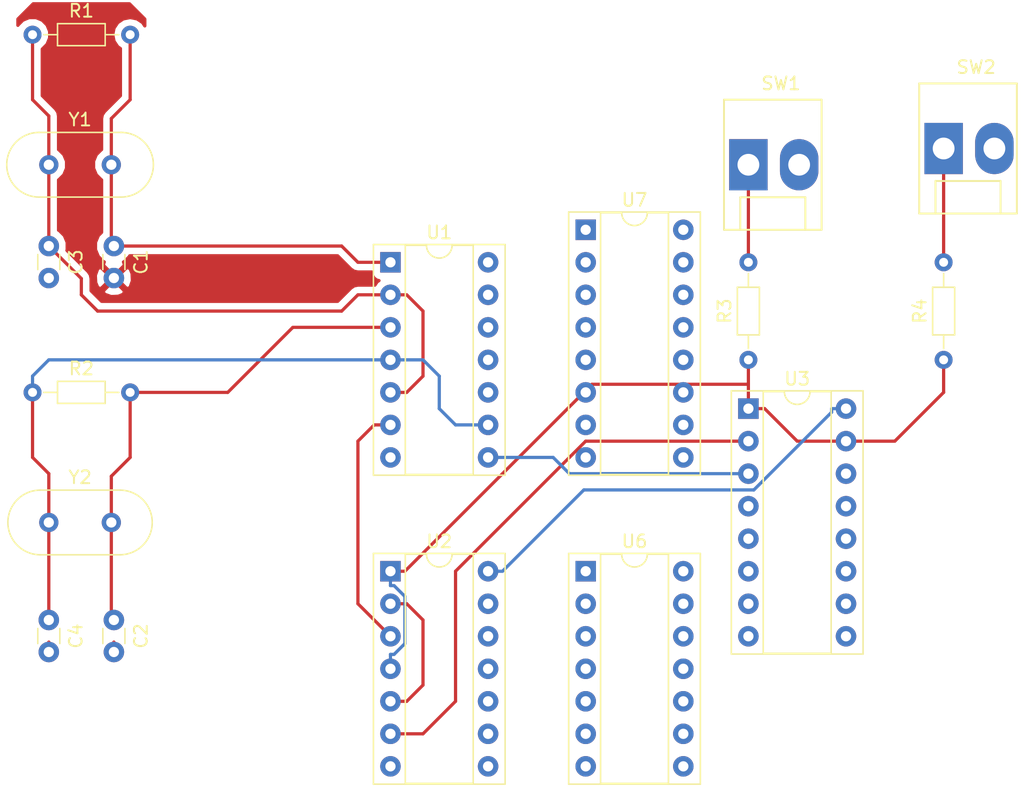
<source format=kicad_pcb>
(kicad_pcb (version 4) (host pcbnew 4.0.7)

  (general
    (links 42)
    (no_connects 31)
    (area 92.694999 74.635 172.845001 138.025)
    (thickness 1.6)
    (drawings 0)
    (tracks 88)
    (zones 0)
    (modules 17)
    (nets 47)
  )

  (page A4)
  (layers
    (0 F.Cu signal)
    (31 B.Cu signal)
    (32 B.Adhes user)
    (33 F.Adhes user)
    (34 B.Paste user)
    (35 F.Paste user)
    (36 B.SilkS user)
    (37 F.SilkS user)
    (38 B.Mask user)
    (39 F.Mask user)
    (40 Dwgs.User user)
    (41 Cmts.User user)
    (42 Eco1.User user)
    (43 Eco2.User user)
    (44 Edge.Cuts user)
    (45 Margin user)
    (46 B.CrtYd user)
    (47 F.CrtYd user)
    (48 B.Fab user)
    (49 F.Fab user)
  )

  (setup
    (last_trace_width 0.25)
    (trace_clearance 0.2)
    (zone_clearance 0.508)
    (zone_45_only no)
    (trace_min 0.2)
    (segment_width 0.2)
    (edge_width 0.15)
    (via_size 0.6)
    (via_drill 0.4)
    (via_min_size 0.4)
    (via_min_drill 0.3)
    (uvia_size 0.3)
    (uvia_drill 0.1)
    (uvias_allowed no)
    (uvia_min_size 0.2)
    (uvia_min_drill 0.1)
    (pcb_text_width 0.3)
    (pcb_text_size 1.5 1.5)
    (mod_edge_width 0.15)
    (mod_text_size 1 1)
    (mod_text_width 0.15)
    (pad_size 1.524 1.524)
    (pad_drill 0.762)
    (pad_to_mask_clearance 0.2)
    (aux_axis_origin 0 0)
    (visible_elements 7FFFFFFF)
    (pcbplotparams
      (layerselection 0x00030_80000001)
      (usegerberextensions false)
      (excludeedgelayer true)
      (linewidth 0.100000)
      (plotframeref false)
      (viasonmask false)
      (mode 1)
      (useauxorigin false)
      (hpglpennumber 1)
      (hpglpenspeed 20)
      (hpglpendiameter 15)
      (hpglpenoverlay 2)
      (psnegative false)
      (psa4output false)
      (plotreference true)
      (plotvalue true)
      (plotinvisibletext false)
      (padsonsilk false)
      (subtractmaskfromsilk false)
      (outputformat 1)
      (mirror false)
      (drillshape 1)
      (scaleselection 1)
      (outputdirectory ""))
  )

  (net 0 "")
  (net 1 "Net-(C1-Pad1)")
  (net 2 GND)
  (net 3 "Net-(C2-Pad1)")
  (net 4 "Net-(C3-Pad1)")
  (net 5 "Net-(C4-Pad1)")
  (net 6 +5V)
  (net 7 "Net-(R3-Pad2)")
  (net 8 "Net-(R4-Pad2)")
  (net 9 "Net-(U1-Pad6)")
  (net 10 VSS)
  (net 11 VDD)
  (net 12 "Net-(U2-Pad6)")
  (net 13 VCC)
  (net 14 "Net-(U3-Pad9)")
  (net 15 "Net-(U3-Pad10)")
  (net 16 "Net-(U3-Pad11)")
  (net 17 SYS_CLK)
  (net 18 "Net-(U3-Pad12)")
  (net 19 ~AEN1)
  (net 20 OSC)
  (net 21 "Net-(U1-Pad2)")
  (net 22 ~AEN2)
  (net 23 ~SYS_CLK)
  (net 24 "Net-(U1-Pad4)")
  (net 25 "Net-(U1-Pad5)")
  (net 26 "Net-(U2-Pad8)")
  (net 27 RDY1)
  (net 28 "Net-(U3-Pad3)")
  (net 29 "Net-(U3-Pad4)")
  (net 30 RDY2)
  (net 31 "Net-(U3-Pad8)")
  (net 32 "Net-(U6-Pad8)")
  (net 33 RESET)
  (net 34 "Net-(U5-Pad4)")
  (net 35 "Net-(U6-Pad6)")
  (net 36 READY)
  (net 37 "Net-(U4-Pad5)")
  (net 38 "Net-(U7-Pad9)")
  (net 39 "Net-(U7-Pad10)")
  (net 40 "Net-(U7-Pad11)")
  (net 41 "Net-(U7-Pad12)")
  (net 42 "Net-(U7-Pad5)")
  (net 43 "Net-(U7-Pad13)")
  (net 44 "Net-(U7-Pad6)")
  (net 45 "Net-(U7-Pad14)")
  (net 46 "Net-(U7-Pad7)")

  (net_class Default "This is the default net class."
    (clearance 0.2)
    (trace_width 0.25)
    (via_dia 0.6)
    (via_drill 0.4)
    (uvia_dia 0.3)
    (uvia_drill 0.1)
    (add_net +5V)
    (add_net GND)
    (add_net "Net-(C1-Pad1)")
    (add_net "Net-(C2-Pad1)")
    (add_net "Net-(C3-Pad1)")
    (add_net "Net-(C4-Pad1)")
    (add_net "Net-(R3-Pad2)")
    (add_net "Net-(R4-Pad2)")
    (add_net "Net-(U1-Pad2)")
    (add_net "Net-(U1-Pad4)")
    (add_net "Net-(U1-Pad5)")
    (add_net "Net-(U1-Pad6)")
    (add_net "Net-(U2-Pad6)")
    (add_net "Net-(U2-Pad8)")
    (add_net "Net-(U3-Pad10)")
    (add_net "Net-(U3-Pad11)")
    (add_net "Net-(U3-Pad12)")
    (add_net "Net-(U3-Pad3)")
    (add_net "Net-(U3-Pad4)")
    (add_net "Net-(U3-Pad8)")
    (add_net "Net-(U3-Pad9)")
    (add_net "Net-(U4-Pad5)")
    (add_net "Net-(U5-Pad4)")
    (add_net "Net-(U6-Pad6)")
    (add_net "Net-(U6-Pad8)")
    (add_net "Net-(U7-Pad10)")
    (add_net "Net-(U7-Pad11)")
    (add_net "Net-(U7-Pad12)")
    (add_net "Net-(U7-Pad13)")
    (add_net "Net-(U7-Pad14)")
    (add_net "Net-(U7-Pad5)")
    (add_net "Net-(U7-Pad6)")
    (add_net "Net-(U7-Pad7)")
    (add_net "Net-(U7-Pad9)")
    (add_net OSC)
    (add_net RDY1)
    (add_net RDY2)
    (add_net READY)
    (add_net RESET)
    (add_net SYS_CLK)
    (add_net VCC)
    (add_net VDD)
    (add_net VSS)
    (add_net ~AEN1)
    (add_net ~AEN2)
    (add_net ~SYS_CLK)
  )

  (module Capacitors_THT:C_Disc_D3.0mm_W1.6mm_P2.50mm (layer F.Cu) (tedit 597BC7C2) (tstamp 5BFC0D2E)
    (at 101.6 93.98 270)
    (descr "C, Disc series, Radial, pin pitch=2.50mm, , diameter*width=3.0*1.6mm^2, Capacitor, http://www.vishay.com/docs/45233/krseries.pdf")
    (tags "C Disc series Radial pin pitch 2.50mm  diameter 3.0mm width 1.6mm Capacitor")
    (path /5BFC036F)
    (fp_text reference C1 (at 1.25 -2.11 270) (layer F.SilkS)
      (effects (font (size 1 1) (thickness 0.15)))
    )
    (fp_text value 33p (at 1.25 2.11 270) (layer F.Fab)
      (effects (font (size 1 1) (thickness 0.15)))
    )
    (fp_line (start -0.25 -0.8) (end -0.25 0.8) (layer F.Fab) (width 0.1))
    (fp_line (start -0.25 0.8) (end 2.75 0.8) (layer F.Fab) (width 0.1))
    (fp_line (start 2.75 0.8) (end 2.75 -0.8) (layer F.Fab) (width 0.1))
    (fp_line (start 2.75 -0.8) (end -0.25 -0.8) (layer F.Fab) (width 0.1))
    (fp_line (start 0.663 -0.861) (end 1.837 -0.861) (layer F.SilkS) (width 0.12))
    (fp_line (start 0.663 0.861) (end 1.837 0.861) (layer F.SilkS) (width 0.12))
    (fp_line (start -1.05 -1.15) (end -1.05 1.15) (layer F.CrtYd) (width 0.05))
    (fp_line (start -1.05 1.15) (end 3.55 1.15) (layer F.CrtYd) (width 0.05))
    (fp_line (start 3.55 1.15) (end 3.55 -1.15) (layer F.CrtYd) (width 0.05))
    (fp_line (start 3.55 -1.15) (end -1.05 -1.15) (layer F.CrtYd) (width 0.05))
    (fp_text user %R (at 1.25 0 270) (layer F.Fab)
      (effects (font (size 1 1) (thickness 0.15)))
    )
    (pad 1 thru_hole circle (at 0 0 270) (size 1.6 1.6) (drill 0.8) (layers *.Cu *.Mask)
      (net 1 "Net-(C1-Pad1)"))
    (pad 2 thru_hole circle (at 2.5 0 270) (size 1.6 1.6) (drill 0.8) (layers *.Cu *.Mask)
      (net 2 GND))
    (model ${KISYS3DMOD}/Capacitors_THT.3dshapes/C_Disc_D3.0mm_W1.6mm_P2.50mm.wrl
      (at (xyz 0 0 0))
      (scale (xyz 1 1 1))
      (rotate (xyz 0 0 0))
    )
  )

  (module Capacitors_THT:C_Disc_D3.0mm_W1.6mm_P2.50mm (layer F.Cu) (tedit 597BC7C2) (tstamp 5BFC0D3F)
    (at 101.6 123.19 270)
    (descr "C, Disc series, Radial, pin pitch=2.50mm, , diameter*width=3.0*1.6mm^2, Capacitor, http://www.vishay.com/docs/45233/krseries.pdf")
    (tags "C Disc series Radial pin pitch 2.50mm  diameter 3.0mm width 1.6mm Capacitor")
    (path /5BFC2C86)
    (fp_text reference C2 (at 1.25 -2.11 270) (layer F.SilkS)
      (effects (font (size 1 1) (thickness 0.15)))
    )
    (fp_text value 33p (at 1.25 2.11 270) (layer F.Fab)
      (effects (font (size 1 1) (thickness 0.15)))
    )
    (fp_line (start -0.25 -0.8) (end -0.25 0.8) (layer F.Fab) (width 0.1))
    (fp_line (start -0.25 0.8) (end 2.75 0.8) (layer F.Fab) (width 0.1))
    (fp_line (start 2.75 0.8) (end 2.75 -0.8) (layer F.Fab) (width 0.1))
    (fp_line (start 2.75 -0.8) (end -0.25 -0.8) (layer F.Fab) (width 0.1))
    (fp_line (start 0.663 -0.861) (end 1.837 -0.861) (layer F.SilkS) (width 0.12))
    (fp_line (start 0.663 0.861) (end 1.837 0.861) (layer F.SilkS) (width 0.12))
    (fp_line (start -1.05 -1.15) (end -1.05 1.15) (layer F.CrtYd) (width 0.05))
    (fp_line (start -1.05 1.15) (end 3.55 1.15) (layer F.CrtYd) (width 0.05))
    (fp_line (start 3.55 1.15) (end 3.55 -1.15) (layer F.CrtYd) (width 0.05))
    (fp_line (start 3.55 -1.15) (end -1.05 -1.15) (layer F.CrtYd) (width 0.05))
    (fp_text user %R (at 1.25 0 270) (layer F.Fab)
      (effects (font (size 1 1) (thickness 0.15)))
    )
    (pad 1 thru_hole circle (at 0 0 270) (size 1.6 1.6) (drill 0.8) (layers *.Cu *.Mask)
      (net 3 "Net-(C2-Pad1)"))
    (pad 2 thru_hole circle (at 2.5 0 270) (size 1.6 1.6) (drill 0.8) (layers *.Cu *.Mask)
      (net 2 GND))
    (model ${KISYS3DMOD}/Capacitors_THT.3dshapes/C_Disc_D3.0mm_W1.6mm_P2.50mm.wrl
      (at (xyz 0 0 0))
      (scale (xyz 1 1 1))
      (rotate (xyz 0 0 0))
    )
  )

  (module Capacitors_THT:C_Disc_D3.0mm_W1.6mm_P2.50mm (layer F.Cu) (tedit 597BC7C2) (tstamp 5BFC0D50)
    (at 96.52 93.98 270)
    (descr "C, Disc series, Radial, pin pitch=2.50mm, , diameter*width=3.0*1.6mm^2, Capacitor, http://www.vishay.com/docs/45233/krseries.pdf")
    (tags "C Disc series Radial pin pitch 2.50mm  diameter 3.0mm width 1.6mm Capacitor")
    (path /5BFC03C4)
    (fp_text reference C3 (at 1.25 -2.11 270) (layer F.SilkS)
      (effects (font (size 1 1) (thickness 0.15)))
    )
    (fp_text value 33p (at 1.25 2.11 270) (layer F.Fab)
      (effects (font (size 1 1) (thickness 0.15)))
    )
    (fp_line (start -0.25 -0.8) (end -0.25 0.8) (layer F.Fab) (width 0.1))
    (fp_line (start -0.25 0.8) (end 2.75 0.8) (layer F.Fab) (width 0.1))
    (fp_line (start 2.75 0.8) (end 2.75 -0.8) (layer F.Fab) (width 0.1))
    (fp_line (start 2.75 -0.8) (end -0.25 -0.8) (layer F.Fab) (width 0.1))
    (fp_line (start 0.663 -0.861) (end 1.837 -0.861) (layer F.SilkS) (width 0.12))
    (fp_line (start 0.663 0.861) (end 1.837 0.861) (layer F.SilkS) (width 0.12))
    (fp_line (start -1.05 -1.15) (end -1.05 1.15) (layer F.CrtYd) (width 0.05))
    (fp_line (start -1.05 1.15) (end 3.55 1.15) (layer F.CrtYd) (width 0.05))
    (fp_line (start 3.55 1.15) (end 3.55 -1.15) (layer F.CrtYd) (width 0.05))
    (fp_line (start 3.55 -1.15) (end -1.05 -1.15) (layer F.CrtYd) (width 0.05))
    (fp_text user %R (at 1.25 0 270) (layer F.Fab)
      (effects (font (size 1 1) (thickness 0.15)))
    )
    (pad 1 thru_hole circle (at 0 0 270) (size 1.6 1.6) (drill 0.8) (layers *.Cu *.Mask)
      (net 4 "Net-(C3-Pad1)"))
    (pad 2 thru_hole circle (at 2.5 0 270) (size 1.6 1.6) (drill 0.8) (layers *.Cu *.Mask)
      (net 2 GND))
    (model ${KISYS3DMOD}/Capacitors_THT.3dshapes/C_Disc_D3.0mm_W1.6mm_P2.50mm.wrl
      (at (xyz 0 0 0))
      (scale (xyz 1 1 1))
      (rotate (xyz 0 0 0))
    )
  )

  (module Capacitors_THT:C_Disc_D3.0mm_W1.6mm_P2.50mm (layer F.Cu) (tedit 597BC7C2) (tstamp 5BFC0D61)
    (at 96.52 123.19 270)
    (descr "C, Disc series, Radial, pin pitch=2.50mm, , diameter*width=3.0*1.6mm^2, Capacitor, http://www.vishay.com/docs/45233/krseries.pdf")
    (tags "C Disc series Radial pin pitch 2.50mm  diameter 3.0mm width 1.6mm Capacitor")
    (path /5BFC2C8C)
    (fp_text reference C4 (at 1.25 -2.11 270) (layer F.SilkS)
      (effects (font (size 1 1) (thickness 0.15)))
    )
    (fp_text value 33p (at 1.25 2.11 270) (layer F.Fab)
      (effects (font (size 1 1) (thickness 0.15)))
    )
    (fp_line (start -0.25 -0.8) (end -0.25 0.8) (layer F.Fab) (width 0.1))
    (fp_line (start -0.25 0.8) (end 2.75 0.8) (layer F.Fab) (width 0.1))
    (fp_line (start 2.75 0.8) (end 2.75 -0.8) (layer F.Fab) (width 0.1))
    (fp_line (start 2.75 -0.8) (end -0.25 -0.8) (layer F.Fab) (width 0.1))
    (fp_line (start 0.663 -0.861) (end 1.837 -0.861) (layer F.SilkS) (width 0.12))
    (fp_line (start 0.663 0.861) (end 1.837 0.861) (layer F.SilkS) (width 0.12))
    (fp_line (start -1.05 -1.15) (end -1.05 1.15) (layer F.CrtYd) (width 0.05))
    (fp_line (start -1.05 1.15) (end 3.55 1.15) (layer F.CrtYd) (width 0.05))
    (fp_line (start 3.55 1.15) (end 3.55 -1.15) (layer F.CrtYd) (width 0.05))
    (fp_line (start 3.55 -1.15) (end -1.05 -1.15) (layer F.CrtYd) (width 0.05))
    (fp_text user %R (at 1.25 0 270) (layer F.Fab)
      (effects (font (size 1 1) (thickness 0.15)))
    )
    (pad 1 thru_hole circle (at 0 0 270) (size 1.6 1.6) (drill 0.8) (layers *.Cu *.Mask)
      (net 5 "Net-(C4-Pad1)"))
    (pad 2 thru_hole circle (at 2.5 0 270) (size 1.6 1.6) (drill 0.8) (layers *.Cu *.Mask)
      (net 2 GND))
    (model ${KISYS3DMOD}/Capacitors_THT.3dshapes/C_Disc_D3.0mm_W1.6mm_P2.50mm.wrl
      (at (xyz 0 0 0))
      (scale (xyz 1 1 1))
      (rotate (xyz 0 0 0))
    )
  )

  (module Resistors_THT:R_Axial_DIN0204_L3.6mm_D1.6mm_P7.62mm_Horizontal (layer F.Cu) (tedit 5874F706) (tstamp 5BFC0D77)
    (at 95.25 77.47)
    (descr "Resistor, Axial_DIN0204 series, Axial, Horizontal, pin pitch=7.62mm, 0.16666666666666666W = 1/6W, length*diameter=3.6*1.6mm^2, http://cdn-reichelt.de/documents/datenblatt/B400/1_4W%23YAG.pdf")
    (tags "Resistor Axial_DIN0204 series Axial Horizontal pin pitch 7.62mm 0.16666666666666666W = 1/6W length 3.6mm diameter 1.6mm")
    (path /5BFC026F)
    (fp_text reference R1 (at 3.81 -1.86) (layer F.SilkS)
      (effects (font (size 1 1) (thickness 0.15)))
    )
    (fp_text value 1M (at 3.81 1.86) (layer F.Fab)
      (effects (font (size 1 1) (thickness 0.15)))
    )
    (fp_line (start 2.01 -0.8) (end 2.01 0.8) (layer F.Fab) (width 0.1))
    (fp_line (start 2.01 0.8) (end 5.61 0.8) (layer F.Fab) (width 0.1))
    (fp_line (start 5.61 0.8) (end 5.61 -0.8) (layer F.Fab) (width 0.1))
    (fp_line (start 5.61 -0.8) (end 2.01 -0.8) (layer F.Fab) (width 0.1))
    (fp_line (start 0 0) (end 2.01 0) (layer F.Fab) (width 0.1))
    (fp_line (start 7.62 0) (end 5.61 0) (layer F.Fab) (width 0.1))
    (fp_line (start 1.95 -0.86) (end 1.95 0.86) (layer F.SilkS) (width 0.12))
    (fp_line (start 1.95 0.86) (end 5.67 0.86) (layer F.SilkS) (width 0.12))
    (fp_line (start 5.67 0.86) (end 5.67 -0.86) (layer F.SilkS) (width 0.12))
    (fp_line (start 5.67 -0.86) (end 1.95 -0.86) (layer F.SilkS) (width 0.12))
    (fp_line (start 0.88 0) (end 1.95 0) (layer F.SilkS) (width 0.12))
    (fp_line (start 6.74 0) (end 5.67 0) (layer F.SilkS) (width 0.12))
    (fp_line (start -0.95 -1.15) (end -0.95 1.15) (layer F.CrtYd) (width 0.05))
    (fp_line (start -0.95 1.15) (end 8.6 1.15) (layer F.CrtYd) (width 0.05))
    (fp_line (start 8.6 1.15) (end 8.6 -1.15) (layer F.CrtYd) (width 0.05))
    (fp_line (start 8.6 -1.15) (end -0.95 -1.15) (layer F.CrtYd) (width 0.05))
    (pad 1 thru_hole circle (at 0 0) (size 1.4 1.4) (drill 0.7) (layers *.Cu *.Mask)
      (net 4 "Net-(C3-Pad1)"))
    (pad 2 thru_hole oval (at 7.62 0) (size 1.4 1.4) (drill 0.7) (layers *.Cu *.Mask)
      (net 1 "Net-(C1-Pad1)"))
    (model ${KISYS3DMOD}/Resistors_THT.3dshapes/R_Axial_DIN0204_L3.6mm_D1.6mm_P7.62mm_Horizontal.wrl
      (at (xyz 0 0 0))
      (scale (xyz 0.393701 0.393701 0.393701))
      (rotate (xyz 0 0 0))
    )
  )

  (module Resistors_THT:R_Axial_DIN0204_L3.6mm_D1.6mm_P7.62mm_Horizontal (layer F.Cu) (tedit 5874F706) (tstamp 5BFC0D8D)
    (at 95.25 105.41)
    (descr "Resistor, Axial_DIN0204 series, Axial, Horizontal, pin pitch=7.62mm, 0.16666666666666666W = 1/6W, length*diameter=3.6*1.6mm^2, http://cdn-reichelt.de/documents/datenblatt/B400/1_4W%23YAG.pdf")
    (tags "Resistor Axial_DIN0204 series Axial Horizontal pin pitch 7.62mm 0.16666666666666666W = 1/6W length 3.6mm diameter 1.6mm")
    (path /5BFC2C80)
    (fp_text reference R2 (at 3.81 -1.86) (layer F.SilkS)
      (effects (font (size 1 1) (thickness 0.15)))
    )
    (fp_text value 1M (at 3.81 1.86) (layer F.Fab)
      (effects (font (size 1 1) (thickness 0.15)))
    )
    (fp_line (start 2.01 -0.8) (end 2.01 0.8) (layer F.Fab) (width 0.1))
    (fp_line (start 2.01 0.8) (end 5.61 0.8) (layer F.Fab) (width 0.1))
    (fp_line (start 5.61 0.8) (end 5.61 -0.8) (layer F.Fab) (width 0.1))
    (fp_line (start 5.61 -0.8) (end 2.01 -0.8) (layer F.Fab) (width 0.1))
    (fp_line (start 0 0) (end 2.01 0) (layer F.Fab) (width 0.1))
    (fp_line (start 7.62 0) (end 5.61 0) (layer F.Fab) (width 0.1))
    (fp_line (start 1.95 -0.86) (end 1.95 0.86) (layer F.SilkS) (width 0.12))
    (fp_line (start 1.95 0.86) (end 5.67 0.86) (layer F.SilkS) (width 0.12))
    (fp_line (start 5.67 0.86) (end 5.67 -0.86) (layer F.SilkS) (width 0.12))
    (fp_line (start 5.67 -0.86) (end 1.95 -0.86) (layer F.SilkS) (width 0.12))
    (fp_line (start 0.88 0) (end 1.95 0) (layer F.SilkS) (width 0.12))
    (fp_line (start 6.74 0) (end 5.67 0) (layer F.SilkS) (width 0.12))
    (fp_line (start -0.95 -1.15) (end -0.95 1.15) (layer F.CrtYd) (width 0.05))
    (fp_line (start -0.95 1.15) (end 8.6 1.15) (layer F.CrtYd) (width 0.05))
    (fp_line (start 8.6 1.15) (end 8.6 -1.15) (layer F.CrtYd) (width 0.05))
    (fp_line (start 8.6 -1.15) (end -0.95 -1.15) (layer F.CrtYd) (width 0.05))
    (pad 1 thru_hole circle (at 0 0) (size 1.4 1.4) (drill 0.7) (layers *.Cu *.Mask)
      (net 5 "Net-(C4-Pad1)"))
    (pad 2 thru_hole oval (at 7.62 0) (size 1.4 1.4) (drill 0.7) (layers *.Cu *.Mask)
      (net 3 "Net-(C2-Pad1)"))
    (model ${KISYS3DMOD}/Resistors_THT.3dshapes/R_Axial_DIN0204_L3.6mm_D1.6mm_P7.62mm_Horizontal.wrl
      (at (xyz 0 0 0))
      (scale (xyz 0.393701 0.393701 0.393701))
      (rotate (xyz 0 0 0))
    )
  )

  (module Resistors_THT:R_Axial_DIN0204_L3.6mm_D1.6mm_P7.62mm_Horizontal (layer F.Cu) (tedit 5874F706) (tstamp 5BFC0DA3)
    (at 151.13 102.87 90)
    (descr "Resistor, Axial_DIN0204 series, Axial, Horizontal, pin pitch=7.62mm, 0.16666666666666666W = 1/6W, length*diameter=3.6*1.6mm^2, http://cdn-reichelt.de/documents/datenblatt/B400/1_4W%23YAG.pdf")
    (tags "Resistor Axial_DIN0204 series Axial Horizontal pin pitch 7.62mm 0.16666666666666666W = 1/6W length 3.6mm diameter 1.6mm")
    (path /5BFC59D2)
    (fp_text reference R3 (at 3.81 -1.86 90) (layer F.SilkS)
      (effects (font (size 1 1) (thickness 0.15)))
    )
    (fp_text value 10k (at 3.81 1.86 90) (layer F.Fab)
      (effects (font (size 1 1) (thickness 0.15)))
    )
    (fp_line (start 2.01 -0.8) (end 2.01 0.8) (layer F.Fab) (width 0.1))
    (fp_line (start 2.01 0.8) (end 5.61 0.8) (layer F.Fab) (width 0.1))
    (fp_line (start 5.61 0.8) (end 5.61 -0.8) (layer F.Fab) (width 0.1))
    (fp_line (start 5.61 -0.8) (end 2.01 -0.8) (layer F.Fab) (width 0.1))
    (fp_line (start 0 0) (end 2.01 0) (layer F.Fab) (width 0.1))
    (fp_line (start 7.62 0) (end 5.61 0) (layer F.Fab) (width 0.1))
    (fp_line (start 1.95 -0.86) (end 1.95 0.86) (layer F.SilkS) (width 0.12))
    (fp_line (start 1.95 0.86) (end 5.67 0.86) (layer F.SilkS) (width 0.12))
    (fp_line (start 5.67 0.86) (end 5.67 -0.86) (layer F.SilkS) (width 0.12))
    (fp_line (start 5.67 -0.86) (end 1.95 -0.86) (layer F.SilkS) (width 0.12))
    (fp_line (start 0.88 0) (end 1.95 0) (layer F.SilkS) (width 0.12))
    (fp_line (start 6.74 0) (end 5.67 0) (layer F.SilkS) (width 0.12))
    (fp_line (start -0.95 -1.15) (end -0.95 1.15) (layer F.CrtYd) (width 0.05))
    (fp_line (start -0.95 1.15) (end 8.6 1.15) (layer F.CrtYd) (width 0.05))
    (fp_line (start 8.6 1.15) (end 8.6 -1.15) (layer F.CrtYd) (width 0.05))
    (fp_line (start 8.6 -1.15) (end -0.95 -1.15) (layer F.CrtYd) (width 0.05))
    (pad 1 thru_hole circle (at 0 0 90) (size 1.4 1.4) (drill 0.7) (layers *.Cu *.Mask)
      (net 6 +5V))
    (pad 2 thru_hole oval (at 7.62 0 90) (size 1.4 1.4) (drill 0.7) (layers *.Cu *.Mask)
      (net 7 "Net-(R3-Pad2)"))
    (model ${KISYS3DMOD}/Resistors_THT.3dshapes/R_Axial_DIN0204_L3.6mm_D1.6mm_P7.62mm_Horizontal.wrl
      (at (xyz 0 0 0))
      (scale (xyz 0.393701 0.393701 0.393701))
      (rotate (xyz 0 0 0))
    )
  )

  (module Resistors_THT:R_Axial_DIN0204_L3.6mm_D1.6mm_P7.62mm_Horizontal (layer F.Cu) (tedit 5874F706) (tstamp 5BFC0DB9)
    (at 166.37 102.87 90)
    (descr "Resistor, Axial_DIN0204 series, Axial, Horizontal, pin pitch=7.62mm, 0.16666666666666666W = 1/6W, length*diameter=3.6*1.6mm^2, http://cdn-reichelt.de/documents/datenblatt/B400/1_4W%23YAG.pdf")
    (tags "Resistor Axial_DIN0204 series Axial Horizontal pin pitch 7.62mm 0.16666666666666666W = 1/6W length 3.6mm diameter 1.6mm")
    (path /5BFC5D89)
    (fp_text reference R4 (at 3.81 -1.86 90) (layer F.SilkS)
      (effects (font (size 1 1) (thickness 0.15)))
    )
    (fp_text value 10k (at 3.81 1.86 90) (layer F.Fab)
      (effects (font (size 1 1) (thickness 0.15)))
    )
    (fp_line (start 2.01 -0.8) (end 2.01 0.8) (layer F.Fab) (width 0.1))
    (fp_line (start 2.01 0.8) (end 5.61 0.8) (layer F.Fab) (width 0.1))
    (fp_line (start 5.61 0.8) (end 5.61 -0.8) (layer F.Fab) (width 0.1))
    (fp_line (start 5.61 -0.8) (end 2.01 -0.8) (layer F.Fab) (width 0.1))
    (fp_line (start 0 0) (end 2.01 0) (layer F.Fab) (width 0.1))
    (fp_line (start 7.62 0) (end 5.61 0) (layer F.Fab) (width 0.1))
    (fp_line (start 1.95 -0.86) (end 1.95 0.86) (layer F.SilkS) (width 0.12))
    (fp_line (start 1.95 0.86) (end 5.67 0.86) (layer F.SilkS) (width 0.12))
    (fp_line (start 5.67 0.86) (end 5.67 -0.86) (layer F.SilkS) (width 0.12))
    (fp_line (start 5.67 -0.86) (end 1.95 -0.86) (layer F.SilkS) (width 0.12))
    (fp_line (start 0.88 0) (end 1.95 0) (layer F.SilkS) (width 0.12))
    (fp_line (start 6.74 0) (end 5.67 0) (layer F.SilkS) (width 0.12))
    (fp_line (start -0.95 -1.15) (end -0.95 1.15) (layer F.CrtYd) (width 0.05))
    (fp_line (start -0.95 1.15) (end 8.6 1.15) (layer F.CrtYd) (width 0.05))
    (fp_line (start 8.6 1.15) (end 8.6 -1.15) (layer F.CrtYd) (width 0.05))
    (fp_line (start 8.6 -1.15) (end -0.95 -1.15) (layer F.CrtYd) (width 0.05))
    (pad 1 thru_hole circle (at 0 0 90) (size 1.4 1.4) (drill 0.7) (layers *.Cu *.Mask)
      (net 6 +5V))
    (pad 2 thru_hole oval (at 7.62 0 90) (size 1.4 1.4) (drill 0.7) (layers *.Cu *.Mask)
      (net 8 "Net-(R4-Pad2)"))
    (model ${KISYS3DMOD}/Resistors_THT.3dshapes/R_Axial_DIN0204_L3.6mm_D1.6mm_P7.62mm_Horizontal.wrl
      (at (xyz 0 0 0))
      (scale (xyz 0.393701 0.393701 0.393701))
      (rotate (xyz 0 0 0))
    )
  )

  (module Housings_DIP:DIP-14_W7.62mm_Socket (layer F.Cu) (tedit 59C78D6B) (tstamp 5BFC0DE3)
    (at 123.19 95.25)
    (descr "14-lead though-hole mounted DIP package, row spacing 7.62 mm (300 mils), Socket")
    (tags "THT DIP DIL PDIP 2.54mm 7.62mm 300mil Socket")
    (path /5C010B91)
    (fp_text reference U1 (at 3.81 -2.33) (layer F.SilkS)
      (effects (font (size 1 1) (thickness 0.15)))
    )
    (fp_text value 4069 (at 3.81 17.57) (layer F.Fab)
      (effects (font (size 1 1) (thickness 0.15)))
    )
    (fp_arc (start 3.81 -1.33) (end 2.81 -1.33) (angle -180) (layer F.SilkS) (width 0.12))
    (fp_line (start 1.635 -1.27) (end 6.985 -1.27) (layer F.Fab) (width 0.1))
    (fp_line (start 6.985 -1.27) (end 6.985 16.51) (layer F.Fab) (width 0.1))
    (fp_line (start 6.985 16.51) (end 0.635 16.51) (layer F.Fab) (width 0.1))
    (fp_line (start 0.635 16.51) (end 0.635 -0.27) (layer F.Fab) (width 0.1))
    (fp_line (start 0.635 -0.27) (end 1.635 -1.27) (layer F.Fab) (width 0.1))
    (fp_line (start -1.27 -1.33) (end -1.27 16.57) (layer F.Fab) (width 0.1))
    (fp_line (start -1.27 16.57) (end 8.89 16.57) (layer F.Fab) (width 0.1))
    (fp_line (start 8.89 16.57) (end 8.89 -1.33) (layer F.Fab) (width 0.1))
    (fp_line (start 8.89 -1.33) (end -1.27 -1.33) (layer F.Fab) (width 0.1))
    (fp_line (start 2.81 -1.33) (end 1.16 -1.33) (layer F.SilkS) (width 0.12))
    (fp_line (start 1.16 -1.33) (end 1.16 16.57) (layer F.SilkS) (width 0.12))
    (fp_line (start 1.16 16.57) (end 6.46 16.57) (layer F.SilkS) (width 0.12))
    (fp_line (start 6.46 16.57) (end 6.46 -1.33) (layer F.SilkS) (width 0.12))
    (fp_line (start 6.46 -1.33) (end 4.81 -1.33) (layer F.SilkS) (width 0.12))
    (fp_line (start -1.33 -1.39) (end -1.33 16.63) (layer F.SilkS) (width 0.12))
    (fp_line (start -1.33 16.63) (end 8.95 16.63) (layer F.SilkS) (width 0.12))
    (fp_line (start 8.95 16.63) (end 8.95 -1.39) (layer F.SilkS) (width 0.12))
    (fp_line (start 8.95 -1.39) (end -1.33 -1.39) (layer F.SilkS) (width 0.12))
    (fp_line (start -1.55 -1.6) (end -1.55 16.85) (layer F.CrtYd) (width 0.05))
    (fp_line (start -1.55 16.85) (end 9.15 16.85) (layer F.CrtYd) (width 0.05))
    (fp_line (start 9.15 16.85) (end 9.15 -1.6) (layer F.CrtYd) (width 0.05))
    (fp_line (start 9.15 -1.6) (end -1.55 -1.6) (layer F.CrtYd) (width 0.05))
    (fp_text user %R (at 3.81 7.62) (layer F.Fab)
      (effects (font (size 1 1) (thickness 0.15)))
    )
    (pad 1 thru_hole rect (at 0 0) (size 1.6 1.6) (drill 0.8) (layers *.Cu *.Mask)
      (net 19 ~AEN1))
    (pad 8 thru_hole oval (at 7.62 15.24) (size 1.6 1.6) (drill 0.8) (layers *.Cu *.Mask)
      (net 20 OSC))
    (pad 2 thru_hole oval (at 0 2.54) (size 1.6 1.6) (drill 0.8) (layers *.Cu *.Mask)
      (net 21 "Net-(U1-Pad2)"))
    (pad 9 thru_hole oval (at 7.62 12.7) (size 1.6 1.6) (drill 0.8) (layers *.Cu *.Mask)
      (net 9 "Net-(U1-Pad6)"))
    (pad 3 thru_hole oval (at 0 5.08) (size 1.6 1.6) (drill 0.8) (layers *.Cu *.Mask)
      (net 22 ~AEN2))
    (pad 10 thru_hole oval (at 7.62 10.16) (size 1.6 1.6) (drill 0.8) (layers *.Cu *.Mask)
      (net 23 ~SYS_CLK))
    (pad 4 thru_hole oval (at 0 7.62) (size 1.6 1.6) (drill 0.8) (layers *.Cu *.Mask)
      (net 24 "Net-(U1-Pad4)"))
    (pad 11 thru_hole oval (at 7.62 7.62) (size 1.6 1.6) (drill 0.8) (layers *.Cu *.Mask)
      (net 17 SYS_CLK))
    (pad 5 thru_hole oval (at 0 10.16) (size 1.6 1.6) (drill 0.8) (layers *.Cu *.Mask)
      (net 25 "Net-(U1-Pad5)"))
    (pad 12 thru_hole oval (at 7.62 5.08) (size 1.6 1.6) (drill 0.8) (layers *.Cu *.Mask))
    (pad 6 thru_hole oval (at 0 12.7) (size 1.6 1.6) (drill 0.8) (layers *.Cu *.Mask)
      (net 9 "Net-(U1-Pad6)"))
    (pad 13 thru_hole oval (at 7.62 2.54) (size 1.6 1.6) (drill 0.8) (layers *.Cu *.Mask))
    (pad 7 thru_hole oval (at 0 15.24) (size 1.6 1.6) (drill 0.8) (layers *.Cu *.Mask)
      (net 10 VSS))
    (pad 14 thru_hole oval (at 7.62 0) (size 1.6 1.6) (drill 0.8) (layers *.Cu *.Mask)
      (net 11 VDD))
    (model ${KISYS3DMOD}/Housings_DIP.3dshapes/DIP-14_W7.62mm_Socket.wrl
      (at (xyz 0 0 0))
      (scale (xyz 1 1 1))
      (rotate (xyz 0 0 0))
    )
  )

  (module Housings_DIP:DIP-14_W7.62mm_Socket (layer F.Cu) (tedit 59C78D6B) (tstamp 5BFC0E0D)
    (at 123.19 119.38)
    (descr "14-lead though-hole mounted DIP package, row spacing 7.62 mm (300 mils), Socket")
    (tags "THT DIP DIL PDIP 2.54mm 7.62mm 300mil Socket")
    (path /5BFC0147)
    (fp_text reference U2 (at 3.81 -2.33) (layer F.SilkS)
      (effects (font (size 1 1) (thickness 0.15)))
    )
    (fp_text value 40106 (at 3.81 17.57) (layer F.Fab)
      (effects (font (size 1 1) (thickness 0.15)))
    )
    (fp_arc (start 3.81 -1.33) (end 2.81 -1.33) (angle -180) (layer F.SilkS) (width 0.12))
    (fp_line (start 1.635 -1.27) (end 6.985 -1.27) (layer F.Fab) (width 0.1))
    (fp_line (start 6.985 -1.27) (end 6.985 16.51) (layer F.Fab) (width 0.1))
    (fp_line (start 6.985 16.51) (end 0.635 16.51) (layer F.Fab) (width 0.1))
    (fp_line (start 0.635 16.51) (end 0.635 -0.27) (layer F.Fab) (width 0.1))
    (fp_line (start 0.635 -0.27) (end 1.635 -1.27) (layer F.Fab) (width 0.1))
    (fp_line (start -1.27 -1.33) (end -1.27 16.57) (layer F.Fab) (width 0.1))
    (fp_line (start -1.27 16.57) (end 8.89 16.57) (layer F.Fab) (width 0.1))
    (fp_line (start 8.89 16.57) (end 8.89 -1.33) (layer F.Fab) (width 0.1))
    (fp_line (start 8.89 -1.33) (end -1.27 -1.33) (layer F.Fab) (width 0.1))
    (fp_line (start 2.81 -1.33) (end 1.16 -1.33) (layer F.SilkS) (width 0.12))
    (fp_line (start 1.16 -1.33) (end 1.16 16.57) (layer F.SilkS) (width 0.12))
    (fp_line (start 1.16 16.57) (end 6.46 16.57) (layer F.SilkS) (width 0.12))
    (fp_line (start 6.46 16.57) (end 6.46 -1.33) (layer F.SilkS) (width 0.12))
    (fp_line (start 6.46 -1.33) (end 4.81 -1.33) (layer F.SilkS) (width 0.12))
    (fp_line (start -1.33 -1.39) (end -1.33 16.63) (layer F.SilkS) (width 0.12))
    (fp_line (start -1.33 16.63) (end 8.95 16.63) (layer F.SilkS) (width 0.12))
    (fp_line (start 8.95 16.63) (end 8.95 -1.39) (layer F.SilkS) (width 0.12))
    (fp_line (start 8.95 -1.39) (end -1.33 -1.39) (layer F.SilkS) (width 0.12))
    (fp_line (start -1.55 -1.6) (end -1.55 16.85) (layer F.CrtYd) (width 0.05))
    (fp_line (start -1.55 16.85) (end 9.15 16.85) (layer F.CrtYd) (width 0.05))
    (fp_line (start 9.15 16.85) (end 9.15 -1.6) (layer F.CrtYd) (width 0.05))
    (fp_line (start 9.15 -1.6) (end -1.55 -1.6) (layer F.CrtYd) (width 0.05))
    (fp_text user %R (at 3.81 7.62) (layer F.Fab)
      (effects (font (size 1 1) (thickness 0.15)))
    )
    (pad 1 thru_hole rect (at 0 0) (size 1.6 1.6) (drill 0.8) (layers *.Cu *.Mask)
      (net 1 "Net-(C1-Pad1)"))
    (pad 8 thru_hole oval (at 7.62 15.24) (size 1.6 1.6) (drill 0.8) (layers *.Cu *.Mask)
      (net 26 "Net-(U2-Pad8)"))
    (pad 2 thru_hole oval (at 0 2.54) (size 1.6 1.6) (drill 0.8) (layers *.Cu *.Mask)
      (net 4 "Net-(C3-Pad1)"))
    (pad 9 thru_hole oval (at 7.62 12.7) (size 1.6 1.6) (drill 0.8) (layers *.Cu *.Mask)
      (net 5 "Net-(C4-Pad1)"))
    (pad 3 thru_hole oval (at 0 5.08) (size 1.6 1.6) (drill 0.8) (layers *.Cu *.Mask)
      (net 3 "Net-(C2-Pad1)"))
    (pad 10 thru_hole oval (at 7.62 10.16) (size 1.6 1.6) (drill 0.8) (layers *.Cu *.Mask))
    (pad 4 thru_hole oval (at 0 7.62) (size 1.6 1.6) (drill 0.8) (layers *.Cu *.Mask)
      (net 5 "Net-(C4-Pad1)"))
    (pad 11 thru_hole oval (at 7.62 7.62) (size 1.6 1.6) (drill 0.8) (layers *.Cu *.Mask))
    (pad 5 thru_hole oval (at 0 10.16) (size 1.6 1.6) (drill 0.8) (layers *.Cu *.Mask)
      (net 4 "Net-(C3-Pad1)"))
    (pad 12 thru_hole oval (at 7.62 5.08) (size 1.6 1.6) (drill 0.8) (layers *.Cu *.Mask))
    (pad 6 thru_hole oval (at 0 12.7) (size 1.6 1.6) (drill 0.8) (layers *.Cu *.Mask)
      (net 12 "Net-(U2-Pad6)"))
    (pad 13 thru_hole oval (at 7.62 2.54) (size 1.6 1.6) (drill 0.8) (layers *.Cu *.Mask))
    (pad 7 thru_hole oval (at 0 15.24) (size 1.6 1.6) (drill 0.8) (layers *.Cu *.Mask)
      (net 10 VSS))
    (pad 14 thru_hole oval (at 7.62 0) (size 1.6 1.6) (drill 0.8) (layers *.Cu *.Mask)
      (net 11 VDD))
    (model ${KISYS3DMOD}/Housings_DIP.3dshapes/DIP-14_W7.62mm_Socket.wrl
      (at (xyz 0 0 0))
      (scale (xyz 1 1 1))
      (rotate (xyz 0 0 0))
    )
  )

  (module Housings_DIP:DIP-16_W7.62mm_Socket (layer F.Cu) (tedit 59C78D6B) (tstamp 5BFC0E39)
    (at 151.13 106.68)
    (descr "16-lead though-hole mounted DIP package, row spacing 7.62 mm (300 mils), Socket")
    (tags "THT DIP DIL PDIP 2.54mm 7.62mm 300mil Socket")
    (path /5BFDE512)
    (fp_text reference U3 (at 3.81 -2.33) (layer F.SilkS)
      (effects (font (size 1 1) (thickness 0.15)))
    )
    (fp_text value 4081 (at 3.81 20.11) (layer F.Fab)
      (effects (font (size 1 1) (thickness 0.15)))
    )
    (fp_arc (start 3.81 -1.33) (end 2.81 -1.33) (angle -180) (layer F.SilkS) (width 0.12))
    (fp_line (start 1.635 -1.27) (end 6.985 -1.27) (layer F.Fab) (width 0.1))
    (fp_line (start 6.985 -1.27) (end 6.985 19.05) (layer F.Fab) (width 0.1))
    (fp_line (start 6.985 19.05) (end 0.635 19.05) (layer F.Fab) (width 0.1))
    (fp_line (start 0.635 19.05) (end 0.635 -0.27) (layer F.Fab) (width 0.1))
    (fp_line (start 0.635 -0.27) (end 1.635 -1.27) (layer F.Fab) (width 0.1))
    (fp_line (start -1.27 -1.33) (end -1.27 19.11) (layer F.Fab) (width 0.1))
    (fp_line (start -1.27 19.11) (end 8.89 19.11) (layer F.Fab) (width 0.1))
    (fp_line (start 8.89 19.11) (end 8.89 -1.33) (layer F.Fab) (width 0.1))
    (fp_line (start 8.89 -1.33) (end -1.27 -1.33) (layer F.Fab) (width 0.1))
    (fp_line (start 2.81 -1.33) (end 1.16 -1.33) (layer F.SilkS) (width 0.12))
    (fp_line (start 1.16 -1.33) (end 1.16 19.11) (layer F.SilkS) (width 0.12))
    (fp_line (start 1.16 19.11) (end 6.46 19.11) (layer F.SilkS) (width 0.12))
    (fp_line (start 6.46 19.11) (end 6.46 -1.33) (layer F.SilkS) (width 0.12))
    (fp_line (start 6.46 -1.33) (end 4.81 -1.33) (layer F.SilkS) (width 0.12))
    (fp_line (start -1.33 -1.39) (end -1.33 19.17) (layer F.SilkS) (width 0.12))
    (fp_line (start -1.33 19.17) (end 8.95 19.17) (layer F.SilkS) (width 0.12))
    (fp_line (start 8.95 19.17) (end 8.95 -1.39) (layer F.SilkS) (width 0.12))
    (fp_line (start 8.95 -1.39) (end -1.33 -1.39) (layer F.SilkS) (width 0.12))
    (fp_line (start -1.55 -1.6) (end -1.55 19.4) (layer F.CrtYd) (width 0.05))
    (fp_line (start -1.55 19.4) (end 9.15 19.4) (layer F.CrtYd) (width 0.05))
    (fp_line (start 9.15 19.4) (end 9.15 -1.6) (layer F.CrtYd) (width 0.05))
    (fp_line (start 9.15 -1.6) (end -1.55 -1.6) (layer F.CrtYd) (width 0.05))
    (fp_text user %R (at 3.81 8.89) (layer F.Fab)
      (effects (font (size 1 1) (thickness 0.15)))
    )
    (pad 1 thru_hole rect (at 0 0) (size 1.6 1.6) (drill 0.8) (layers *.Cu *.Mask)
      (net 27 RDY1))
    (pad 9 thru_hole oval (at 7.62 17.78) (size 1.6 1.6) (drill 0.8) (layers *.Cu *.Mask)
      (net 14 "Net-(U3-Pad9)"))
    (pad 2 thru_hole oval (at 0 2.54) (size 1.6 1.6) (drill 0.8) (layers *.Cu *.Mask)
      (net 21 "Net-(U1-Pad2)"))
    (pad 10 thru_hole oval (at 7.62 15.24) (size 1.6 1.6) (drill 0.8) (layers *.Cu *.Mask)
      (net 15 "Net-(U3-Pad10)"))
    (pad 3 thru_hole oval (at 0 5.08) (size 1.6 1.6) (drill 0.8) (layers *.Cu *.Mask)
      (net 28 "Net-(U3-Pad3)"))
    (pad 11 thru_hole oval (at 7.62 12.7) (size 1.6 1.6) (drill 0.8) (layers *.Cu *.Mask)
      (net 16 "Net-(U3-Pad11)"))
    (pad 4 thru_hole oval (at 0 7.62) (size 1.6 1.6) (drill 0.8) (layers *.Cu *.Mask)
      (net 29 "Net-(U3-Pad4)"))
    (pad 12 thru_hole oval (at 7.62 10.16) (size 1.6 1.6) (drill 0.8) (layers *.Cu *.Mask)
      (net 18 "Net-(U3-Pad12)"))
    (pad 5 thru_hole oval (at 0 10.16) (size 1.6 1.6) (drill 0.8) (layers *.Cu *.Mask)
      (net 30 RDY2))
    (pad 13 thru_hole oval (at 7.62 7.62) (size 1.6 1.6) (drill 0.8) (layers *.Cu *.Mask)
      (net 25 "Net-(U1-Pad5)"))
    (pad 6 thru_hole oval (at 0 12.7) (size 1.6 1.6) (drill 0.8) (layers *.Cu *.Mask)
      (net 24 "Net-(U1-Pad4)"))
    (pad 14 thru_hole oval (at 7.62 5.08) (size 1.6 1.6) (drill 0.8) (layers *.Cu *.Mask)
      (net 11 VDD))
    (pad 7 thru_hole oval (at 0 15.24) (size 1.6 1.6) (drill 0.8) (layers *.Cu *.Mask)
      (net 10 VSS))
    (pad 15 thru_hole oval (at 7.62 2.54) (size 1.6 1.6) (drill 0.8) (layers *.Cu *.Mask))
    (pad 8 thru_hole oval (at 0 17.78) (size 1.6 1.6) (drill 0.8) (layers *.Cu *.Mask)
      (net 31 "Net-(U3-Pad8)"))
    (pad 16 thru_hole oval (at 7.62 0) (size 1.6 1.6) (drill 0.8) (layers *.Cu *.Mask))
    (model ${KISYS3DMOD}/Housings_DIP.3dshapes/DIP-16_W7.62mm_Socket.wrl
      (at (xyz 0 0 0))
      (scale (xyz 1 1 1))
      (rotate (xyz 0 0 0))
    )
  )

  (module Crystals:Crystal_HC49-4H_Vertical (layer F.Cu) (tedit 58CD2E9C) (tstamp 5BFC0E50)
    (at 96.52 87.63)
    (descr "Crystal THT HC-49-4H http://5hertz.com/pdfs/04404_D.pdf")
    (tags "THT crystalHC-49-4H")
    (path /5BFC00B2)
    (fp_text reference Y1 (at 2.44 -3.525) (layer F.SilkS)
      (effects (font (size 1 1) (thickness 0.15)))
    )
    (fp_text value "18.432 MHz" (at 2.44 3.525) (layer F.Fab)
      (effects (font (size 1 1) (thickness 0.15)))
    )
    (fp_text user %R (at 2.44 0) (layer F.Fab)
      (effects (font (size 1 1) (thickness 0.15)))
    )
    (fp_line (start -0.76 -2.325) (end 5.64 -2.325) (layer F.Fab) (width 0.1))
    (fp_line (start -0.76 2.325) (end 5.64 2.325) (layer F.Fab) (width 0.1))
    (fp_line (start -0.56 -2) (end 5.44 -2) (layer F.Fab) (width 0.1))
    (fp_line (start -0.56 2) (end 5.44 2) (layer F.Fab) (width 0.1))
    (fp_line (start -0.76 -2.525) (end 5.64 -2.525) (layer F.SilkS) (width 0.12))
    (fp_line (start -0.76 2.525) (end 5.64 2.525) (layer F.SilkS) (width 0.12))
    (fp_line (start -3.6 -2.8) (end -3.6 2.8) (layer F.CrtYd) (width 0.05))
    (fp_line (start -3.6 2.8) (end 8.5 2.8) (layer F.CrtYd) (width 0.05))
    (fp_line (start 8.5 2.8) (end 8.5 -2.8) (layer F.CrtYd) (width 0.05))
    (fp_line (start 8.5 -2.8) (end -3.6 -2.8) (layer F.CrtYd) (width 0.05))
    (fp_arc (start -0.76 0) (end -0.76 -2.325) (angle -180) (layer F.Fab) (width 0.1))
    (fp_arc (start 5.64 0) (end 5.64 -2.325) (angle 180) (layer F.Fab) (width 0.1))
    (fp_arc (start -0.56 0) (end -0.56 -2) (angle -180) (layer F.Fab) (width 0.1))
    (fp_arc (start 5.44 0) (end 5.44 -2) (angle 180) (layer F.Fab) (width 0.1))
    (fp_arc (start -0.76 0) (end -0.76 -2.525) (angle -180) (layer F.SilkS) (width 0.12))
    (fp_arc (start 5.64 0) (end 5.64 -2.525) (angle 180) (layer F.SilkS) (width 0.12))
    (pad 1 thru_hole circle (at 0 0) (size 1.5 1.5) (drill 0.8) (layers *.Cu *.Mask)
      (net 4 "Net-(C3-Pad1)"))
    (pad 2 thru_hole circle (at 4.88 0) (size 1.5 1.5) (drill 0.8) (layers *.Cu *.Mask)
      (net 1 "Net-(C1-Pad1)"))
    (model ${KISYS3DMOD}/Crystals.3dshapes/Crystal_HC49-4H_Vertical.wrl
      (at (xyz 0 0 0))
      (scale (xyz 0.393701 0.393701 0.393701))
      (rotate (xyz 0 0 0))
    )
  )

  (module Crystals:Crystal_HC49-U_Vertical (layer F.Cu) (tedit 58CD2E9C) (tstamp 5BFC0E67)
    (at 96.52 115.57)
    (descr "Crystal THT HC-49/U http://5hertz.com/pdfs/04404_D.pdf")
    (tags "THT crystalHC-49/U")
    (path /5BFC2C74)
    (fp_text reference Y2 (at 2.44 -3.525) (layer F.SilkS)
      (effects (font (size 1 1) (thickness 0.15)))
    )
    (fp_text value "32.768 MHz" (at 2.44 3.525) (layer F.Fab)
      (effects (font (size 1 1) (thickness 0.15)))
    )
    (fp_text user %R (at 2.44 0) (layer F.Fab)
      (effects (font (size 1 1) (thickness 0.15)))
    )
    (fp_line (start -0.685 -2.325) (end 5.565 -2.325) (layer F.Fab) (width 0.1))
    (fp_line (start -0.685 2.325) (end 5.565 2.325) (layer F.Fab) (width 0.1))
    (fp_line (start -0.56 -2) (end 5.44 -2) (layer F.Fab) (width 0.1))
    (fp_line (start -0.56 2) (end 5.44 2) (layer F.Fab) (width 0.1))
    (fp_line (start -0.685 -2.525) (end 5.565 -2.525) (layer F.SilkS) (width 0.12))
    (fp_line (start -0.685 2.525) (end 5.565 2.525) (layer F.SilkS) (width 0.12))
    (fp_line (start -3.5 -2.8) (end -3.5 2.8) (layer F.CrtYd) (width 0.05))
    (fp_line (start -3.5 2.8) (end 8.4 2.8) (layer F.CrtYd) (width 0.05))
    (fp_line (start 8.4 2.8) (end 8.4 -2.8) (layer F.CrtYd) (width 0.05))
    (fp_line (start 8.4 -2.8) (end -3.5 -2.8) (layer F.CrtYd) (width 0.05))
    (fp_arc (start -0.685 0) (end -0.685 -2.325) (angle -180) (layer F.Fab) (width 0.1))
    (fp_arc (start 5.565 0) (end 5.565 -2.325) (angle 180) (layer F.Fab) (width 0.1))
    (fp_arc (start -0.56 0) (end -0.56 -2) (angle -180) (layer F.Fab) (width 0.1))
    (fp_arc (start 5.44 0) (end 5.44 -2) (angle 180) (layer F.Fab) (width 0.1))
    (fp_arc (start -0.685 0) (end -0.685 -2.525) (angle -180) (layer F.SilkS) (width 0.12))
    (fp_arc (start 5.565 0) (end 5.565 -2.525) (angle 180) (layer F.SilkS) (width 0.12))
    (pad 1 thru_hole circle (at 0 0) (size 1.5 1.5) (drill 0.8) (layers *.Cu *.Mask)
      (net 5 "Net-(C4-Pad1)"))
    (pad 2 thru_hole circle (at 4.88 0) (size 1.5 1.5) (drill 0.8) (layers *.Cu *.Mask)
      (net 3 "Net-(C2-Pad1)"))
    (model ${KISYS3DMOD}/Crystals.3dshapes/Crystal_HC49-U_Vertical.wrl
      (at (xyz 0 0 0))
      (scale (xyz 0.393701 0.393701 0.393701))
      (rotate (xyz 0 0 0))
    )
  )

  (module Connectors_Molex:Molex_KK-41791-02_02x3.96mm_Straight (layer F.Cu) (tedit 59722764) (tstamp 5BFC0EE6)
    (at 151.13 87.63)
    (descr "Connector Headers with Friction Lock, 26-60-4020, http://www.molex.com/pdm_docs/sd/026604020_sd.pdf")
    (tags "connector molex kk_41791 26-60-4020")
    (path /5BFC5836)
    (fp_text reference SW1 (at 2.54 -6.35) (layer F.SilkS)
      (effects (font (size 1 1) (thickness 0.15)))
    )
    (fp_text value CLK_SEL (at 3.175 6.985) (layer F.Fab)
      (effects (font (size 1 1) (thickness 0.15)))
    )
    (fp_line (start -2.5 -5.75) (end 6.25 -5.75) (layer F.CrtYd) (width 0.05))
    (fp_line (start 6.25 -5.75) (end 6.25 5.75) (layer F.CrtYd) (width 0.05))
    (fp_line (start 6.25 5.75) (end -2.5 5.75) (layer F.CrtYd) (width 0.05))
    (fp_line (start -2.5 5.75) (end -2.5 -5.75) (layer F.CrtYd) (width 0.05))
    (fp_text user %R (at 1.905 0) (layer F.Fab)
      (effects (font (size 1 1) (thickness 0.15)))
    )
    (fp_line (start -2.032 -5.207) (end 5.842 -5.207) (layer F.Fab) (width 0.15))
    (fp_line (start 5.842 -5.207) (end 5.842 5.207) (layer F.Fab) (width 0.15))
    (fp_line (start 5.842 5.207) (end -2.032 5.207) (layer F.Fab) (width 0.15))
    (fp_line (start -2.032 5.207) (end -2.032 -5.207) (layer F.Fab) (width 0.15))
    (fp_line (start -0.635 5.08) (end -0.635 2.54) (layer F.SilkS) (width 0.15))
    (fp_line (start -0.635 2.54) (end 4.445 2.54) (layer F.SilkS) (width 0.15))
    (fp_line (start 4.445 2.54) (end 4.445 5.08) (layer F.SilkS) (width 0.15))
    (fp_line (start 5.715 5.08) (end -1.905 5.08) (layer F.SilkS) (width 0.15))
    (fp_line (start -1.905 5.08) (end -1.905 -5.08) (layer F.SilkS) (width 0.15))
    (fp_line (start -1.905 -5.08) (end 5.715 -5.08) (layer F.SilkS) (width 0.15))
    (fp_line (start 5.715 -5.08) (end 5.715 5.08) (layer F.SilkS) (width 0.15))
    (pad 1 thru_hole rect (at 0 0) (size 3 4) (drill 1.7) (layers *.Cu *.Mask)
      (net 7 "Net-(R3-Pad2)"))
    (pad 2 thru_hole oval (at 3.9624 0) (size 3 4) (drill 1.7) (layers *.Cu *.Mask)
      (net 2 GND))
  )

  (module Connectors_Molex:Molex_KK-41791-02_02x3.96mm_Straight (layer F.Cu) (tedit 59722764) (tstamp 5BFC0EFC)
    (at 166.37 86.36)
    (descr "Connector Headers with Friction Lock, 26-60-4020, http://www.molex.com/pdm_docs/sd/026604020_sd.pdf")
    (tags "connector molex kk_41791 26-60-4020")
    (path /5BFC5919)
    (fp_text reference SW2 (at 2.54 -6.35) (layer F.SilkS)
      (effects (font (size 1 1) (thickness 0.15)))
    )
    (fp_text value FREEZE (at 3.175 6.985) (layer F.Fab)
      (effects (font (size 1 1) (thickness 0.15)))
    )
    (fp_line (start -2.5 -5.75) (end 6.25 -5.75) (layer F.CrtYd) (width 0.05))
    (fp_line (start 6.25 -5.75) (end 6.25 5.75) (layer F.CrtYd) (width 0.05))
    (fp_line (start 6.25 5.75) (end -2.5 5.75) (layer F.CrtYd) (width 0.05))
    (fp_line (start -2.5 5.75) (end -2.5 -5.75) (layer F.CrtYd) (width 0.05))
    (fp_text user %R (at 1.905 0) (layer F.Fab)
      (effects (font (size 1 1) (thickness 0.15)))
    )
    (fp_line (start -2.032 -5.207) (end 5.842 -5.207) (layer F.Fab) (width 0.15))
    (fp_line (start 5.842 -5.207) (end 5.842 5.207) (layer F.Fab) (width 0.15))
    (fp_line (start 5.842 5.207) (end -2.032 5.207) (layer F.Fab) (width 0.15))
    (fp_line (start -2.032 5.207) (end -2.032 -5.207) (layer F.Fab) (width 0.15))
    (fp_line (start -0.635 5.08) (end -0.635 2.54) (layer F.SilkS) (width 0.15))
    (fp_line (start -0.635 2.54) (end 4.445 2.54) (layer F.SilkS) (width 0.15))
    (fp_line (start 4.445 2.54) (end 4.445 5.08) (layer F.SilkS) (width 0.15))
    (fp_line (start 5.715 5.08) (end -1.905 5.08) (layer F.SilkS) (width 0.15))
    (fp_line (start -1.905 5.08) (end -1.905 -5.08) (layer F.SilkS) (width 0.15))
    (fp_line (start -1.905 -5.08) (end 5.715 -5.08) (layer F.SilkS) (width 0.15))
    (fp_line (start 5.715 -5.08) (end 5.715 5.08) (layer F.SilkS) (width 0.15))
    (pad 1 thru_hole rect (at 0 0) (size 3 4) (drill 1.7) (layers *.Cu *.Mask)
      (net 8 "Net-(R4-Pad2)"))
    (pad 2 thru_hole oval (at 3.9624 0) (size 3 4) (drill 1.7) (layers *.Cu *.Mask)
      (net 2 GND))
  )

  (module Housings_DIP:DIP-14_W7.62mm_Socket (layer F.Cu) (tedit 59C78D6B) (tstamp 5C002793)
    (at 138.43 119.38)
    (descr "14-lead though-hole mounted DIP package, row spacing 7.62 mm (300 mils), Socket")
    (tags "THT DIP DIL PDIP 2.54mm 7.62mm 300mil Socket")
    (path /5C008EA6)
    (fp_text reference U6 (at 3.81 -2.33) (layer F.SilkS)
      (effects (font (size 1 1) (thickness 0.15)))
    )
    (fp_text value 74LS77 (at 3.81 17.57) (layer F.Fab)
      (effects (font (size 1 1) (thickness 0.15)))
    )
    (fp_arc (start 3.81 -1.33) (end 2.81 -1.33) (angle -180) (layer F.SilkS) (width 0.12))
    (fp_line (start 1.635 -1.27) (end 6.985 -1.27) (layer F.Fab) (width 0.1))
    (fp_line (start 6.985 -1.27) (end 6.985 16.51) (layer F.Fab) (width 0.1))
    (fp_line (start 6.985 16.51) (end 0.635 16.51) (layer F.Fab) (width 0.1))
    (fp_line (start 0.635 16.51) (end 0.635 -0.27) (layer F.Fab) (width 0.1))
    (fp_line (start 0.635 -0.27) (end 1.635 -1.27) (layer F.Fab) (width 0.1))
    (fp_line (start -1.27 -1.33) (end -1.27 16.57) (layer F.Fab) (width 0.1))
    (fp_line (start -1.27 16.57) (end 8.89 16.57) (layer F.Fab) (width 0.1))
    (fp_line (start 8.89 16.57) (end 8.89 -1.33) (layer F.Fab) (width 0.1))
    (fp_line (start 8.89 -1.33) (end -1.27 -1.33) (layer F.Fab) (width 0.1))
    (fp_line (start 2.81 -1.33) (end 1.16 -1.33) (layer F.SilkS) (width 0.12))
    (fp_line (start 1.16 -1.33) (end 1.16 16.57) (layer F.SilkS) (width 0.12))
    (fp_line (start 1.16 16.57) (end 6.46 16.57) (layer F.SilkS) (width 0.12))
    (fp_line (start 6.46 16.57) (end 6.46 -1.33) (layer F.SilkS) (width 0.12))
    (fp_line (start 6.46 -1.33) (end 4.81 -1.33) (layer F.SilkS) (width 0.12))
    (fp_line (start -1.33 -1.39) (end -1.33 16.63) (layer F.SilkS) (width 0.12))
    (fp_line (start -1.33 16.63) (end 8.95 16.63) (layer F.SilkS) (width 0.12))
    (fp_line (start 8.95 16.63) (end 8.95 -1.39) (layer F.SilkS) (width 0.12))
    (fp_line (start 8.95 -1.39) (end -1.33 -1.39) (layer F.SilkS) (width 0.12))
    (fp_line (start -1.55 -1.6) (end -1.55 16.85) (layer F.CrtYd) (width 0.05))
    (fp_line (start -1.55 16.85) (end 9.15 16.85) (layer F.CrtYd) (width 0.05))
    (fp_line (start 9.15 16.85) (end 9.15 -1.6) (layer F.CrtYd) (width 0.05))
    (fp_line (start 9.15 -1.6) (end -1.55 -1.6) (layer F.CrtYd) (width 0.05))
    (fp_text user %R (at 3.81 7.62) (layer F.Fab)
      (effects (font (size 1 1) (thickness 0.15)))
    )
    (pad 1 thru_hole rect (at 0 0) (size 1.6 1.6) (drill 0.8) (layers *.Cu *.Mask)
      (net 14 "Net-(U3-Pad9)"))
    (pad 8 thru_hole oval (at 7.62 15.24) (size 1.6 1.6) (drill 0.8) (layers *.Cu *.Mask)
      (net 32 "Net-(U6-Pad8)"))
    (pad 2 thru_hole oval (at 0 2.54) (size 1.6 1.6) (drill 0.8) (layers *.Cu *.Mask)
      (net 15 "Net-(U3-Pad10)"))
    (pad 9 thru_hole oval (at 7.62 12.7) (size 1.6 1.6) (drill 0.8) (layers *.Cu *.Mask)
      (net 33 RESET))
    (pad 3 thru_hole oval (at 0 5.08) (size 1.6 1.6) (drill 0.8) (layers *.Cu *.Mask)
      (net 23 ~SYS_CLK))
    (pad 10 thru_hole oval (at 7.62 10.16) (size 1.6 1.6) (drill 0.8) (layers *.Cu *.Mask))
    (pad 4 thru_hole oval (at 0 7.62) (size 1.6 1.6) (drill 0.8) (layers *.Cu *.Mask)
      (net 13 VCC))
    (pad 11 thru_hole oval (at 7.62 7.62) (size 1.6 1.6) (drill 0.8) (layers *.Cu *.Mask)
      (net 2 GND))
    (pad 5 thru_hole oval (at 0 10.16) (size 1.6 1.6) (drill 0.8) (layers *.Cu *.Mask)
      (net 34 "Net-(U5-Pad4)"))
    (pad 12 thru_hole oval (at 7.62 5.08) (size 1.6 1.6) (drill 0.8) (layers *.Cu *.Mask)
      (net 17 SYS_CLK))
    (pad 6 thru_hole oval (at 0 12.7) (size 1.6 1.6) (drill 0.8) (layers *.Cu *.Mask)
      (net 35 "Net-(U6-Pad6)"))
    (pad 13 thru_hole oval (at 7.62 2.54) (size 1.6 1.6) (drill 0.8) (layers *.Cu *.Mask)
      (net 36 READY))
    (pad 7 thru_hole oval (at 0 15.24) (size 1.6 1.6) (drill 0.8) (layers *.Cu *.Mask))
    (pad 14 thru_hole oval (at 7.62 0) (size 1.6 1.6) (drill 0.8) (layers *.Cu *.Mask)
      (net 37 "Net-(U4-Pad5)"))
    (model ${KISYS3DMOD}/Housings_DIP.3dshapes/DIP-14_W7.62mm_Socket.wrl
      (at (xyz 0 0 0))
      (scale (xyz 1 1 1))
      (rotate (xyz 0 0 0))
    )
  )

  (module Housings_DIP:DIP-16_W7.62mm_Socket (layer F.Cu) (tedit 59C78D6B) (tstamp 5C0027BF)
    (at 138.43 92.71)
    (descr "16-lead though-hole mounted DIP package, row spacing 7.62 mm (300 mils), Socket")
    (tags "THT DIP DIL PDIP 2.54mm 7.62mm 300mil Socket")
    (path /5BFC38B1)
    (fp_text reference U7 (at 3.81 -2.33) (layer F.SilkS)
      (effects (font (size 1 1) (thickness 0.15)))
    )
    (fp_text value 74LS257 (at 3.81 20.11) (layer F.Fab)
      (effects (font (size 1 1) (thickness 0.15)))
    )
    (fp_arc (start 3.81 -1.33) (end 2.81 -1.33) (angle -180) (layer F.SilkS) (width 0.12))
    (fp_line (start 1.635 -1.27) (end 6.985 -1.27) (layer F.Fab) (width 0.1))
    (fp_line (start 6.985 -1.27) (end 6.985 19.05) (layer F.Fab) (width 0.1))
    (fp_line (start 6.985 19.05) (end 0.635 19.05) (layer F.Fab) (width 0.1))
    (fp_line (start 0.635 19.05) (end 0.635 -0.27) (layer F.Fab) (width 0.1))
    (fp_line (start 0.635 -0.27) (end 1.635 -1.27) (layer F.Fab) (width 0.1))
    (fp_line (start -1.27 -1.33) (end -1.27 19.11) (layer F.Fab) (width 0.1))
    (fp_line (start -1.27 19.11) (end 8.89 19.11) (layer F.Fab) (width 0.1))
    (fp_line (start 8.89 19.11) (end 8.89 -1.33) (layer F.Fab) (width 0.1))
    (fp_line (start 8.89 -1.33) (end -1.27 -1.33) (layer F.Fab) (width 0.1))
    (fp_line (start 2.81 -1.33) (end 1.16 -1.33) (layer F.SilkS) (width 0.12))
    (fp_line (start 1.16 -1.33) (end 1.16 19.11) (layer F.SilkS) (width 0.12))
    (fp_line (start 1.16 19.11) (end 6.46 19.11) (layer F.SilkS) (width 0.12))
    (fp_line (start 6.46 19.11) (end 6.46 -1.33) (layer F.SilkS) (width 0.12))
    (fp_line (start 6.46 -1.33) (end 4.81 -1.33) (layer F.SilkS) (width 0.12))
    (fp_line (start -1.33 -1.39) (end -1.33 19.17) (layer F.SilkS) (width 0.12))
    (fp_line (start -1.33 19.17) (end 8.95 19.17) (layer F.SilkS) (width 0.12))
    (fp_line (start 8.95 19.17) (end 8.95 -1.39) (layer F.SilkS) (width 0.12))
    (fp_line (start 8.95 -1.39) (end -1.33 -1.39) (layer F.SilkS) (width 0.12))
    (fp_line (start -1.55 -1.6) (end -1.55 19.4) (layer F.CrtYd) (width 0.05))
    (fp_line (start -1.55 19.4) (end 9.15 19.4) (layer F.CrtYd) (width 0.05))
    (fp_line (start 9.15 19.4) (end 9.15 -1.6) (layer F.CrtYd) (width 0.05))
    (fp_line (start 9.15 -1.6) (end -1.55 -1.6) (layer F.CrtYd) (width 0.05))
    (fp_text user %R (at 3.81 8.89) (layer F.Fab)
      (effects (font (size 1 1) (thickness 0.15)))
    )
    (pad 1 thru_hole rect (at 0 0) (size 1.6 1.6) (drill 0.8) (layers *.Cu *.Mask)
      (net 6 +5V))
    (pad 9 thru_hole oval (at 7.62 17.78) (size 1.6 1.6) (drill 0.8) (layers *.Cu *.Mask)
      (net 38 "Net-(U7-Pad9)"))
    (pad 2 thru_hole oval (at 0 2.54) (size 1.6 1.6) (drill 0.8) (layers *.Cu *.Mask)
      (net 12 "Net-(U2-Pad6)"))
    (pad 10 thru_hole oval (at 7.62 15.24) (size 1.6 1.6) (drill 0.8) (layers *.Cu *.Mask)
      (net 39 "Net-(U7-Pad10)"))
    (pad 3 thru_hole oval (at 0 5.08) (size 1.6 1.6) (drill 0.8) (layers *.Cu *.Mask)
      (net 26 "Net-(U2-Pad8)"))
    (pad 11 thru_hole oval (at 7.62 12.7) (size 1.6 1.6) (drill 0.8) (layers *.Cu *.Mask)
      (net 40 "Net-(U7-Pad11)"))
    (pad 4 thru_hole oval (at 0 7.62) (size 1.6 1.6) (drill 0.8) (layers *.Cu *.Mask)
      (net 25 "Net-(U1-Pad5)"))
    (pad 12 thru_hole oval (at 7.62 10.16) (size 1.6 1.6) (drill 0.8) (layers *.Cu *.Mask)
      (net 41 "Net-(U7-Pad12)"))
    (pad 5 thru_hole oval (at 0 10.16) (size 1.6 1.6) (drill 0.8) (layers *.Cu *.Mask)
      (net 42 "Net-(U7-Pad5)"))
    (pad 13 thru_hole oval (at 7.62 7.62) (size 1.6 1.6) (drill 0.8) (layers *.Cu *.Mask)
      (net 43 "Net-(U7-Pad13)"))
    (pad 6 thru_hole oval (at 0 12.7) (size 1.6 1.6) (drill 0.8) (layers *.Cu *.Mask)
      (net 44 "Net-(U7-Pad6)"))
    (pad 14 thru_hole oval (at 7.62 5.08) (size 1.6 1.6) (drill 0.8) (layers *.Cu *.Mask)
      (net 45 "Net-(U7-Pad14)"))
    (pad 7 thru_hole oval (at 0 15.24) (size 1.6 1.6) (drill 0.8) (layers *.Cu *.Mask)
      (net 46 "Net-(U7-Pad7)"))
    (pad 15 thru_hole oval (at 7.62 2.54) (size 1.6 1.6) (drill 0.8) (layers *.Cu *.Mask)
      (net 6 +5V))
    (pad 8 thru_hole oval (at 0 17.78) (size 1.6 1.6) (drill 0.8) (layers *.Cu *.Mask)
      (net 2 GND))
    (pad 16 thru_hole oval (at 7.62 0) (size 1.6 1.6) (drill 0.8) (layers *.Cu *.Mask)
      (net 13 VCC))
    (model ${KISYS3DMOD}/Housings_DIP.3dshapes/DIP-16_W7.62mm_Socket.wrl
      (at (xyz 0 0 0))
      (scale (xyz 1 1 1))
      (rotate (xyz 0 0 0))
    )
  )

  (segment (start 101.6 93.98) (end 119.38 93.98) (width 0.25) (layer F.Cu) (net 1) (status 10))
  (segment (start 101.4 93.78) (end 101.6 93.98) (width 0.25) (layer F.Cu) (net 1) (status 30))
  (segment (start 101.4 87.63) (end 101.4 93.78) (width 0.25) (layer F.Cu) (net 1) (status 30))
  (segment (start 102.87 82.55) (end 102.87 77.47) (width 0.25) (layer F.Cu) (net 1) (status 20))
  (segment (start 101.4 84.02) (end 102.87 82.55) (width 0.25) (layer F.Cu) (net 1))
  (segment (start 101.4 87.63) (end 101.4 84.02) (width 0.25) (layer F.Cu) (net 1) (status 10))
  (segment (start 123.19 119.38) (end 124.3153 119.38) (width 0.25) (layer F.Cu) (net 1) (status 10))
  (segment (start 123.4714 120.5053) (end 123.19 120.5053) (width 0.25) (layer B.Cu) (net 1))
  (segment (start 124.3153 121.3492) (end 123.4714 120.5053) (width 0.25) (layer B.Cu) (net 1))
  (segment (start 124.3153 125.0307) (end 124.3153 121.3492) (width 0.25) (layer B.Cu) (net 1))
  (segment (start 123.4713 125.8747) (end 124.3153 125.0307) (width 0.25) (layer B.Cu) (net 1))
  (segment (start 123.19 125.8747) (end 123.4713 125.8747) (width 0.25) (layer B.Cu) (net 1))
  (segment (start 123.19 119.38) (end 123.19 120.5053) (width 0.25) (layer B.Cu) (net 1) (status 10))
  (segment (start 138.9203 104.775) (end 124.3153 119.38) (width 0.25) (layer F.Cu) (net 1))
  (segment (start 119.38 93.98) (end 120.65 95.25) (width 0.25) (layer F.Cu) (net 1))
  (segment (start 151.13 104.775) (end 138.9203 104.775) (width 0.25) (layer F.Cu) (net 1))
  (segment (start 96.52 124.9101) (end 96.52 125.69) (width 0.25) (layer F.Cu) (net 2) (status 30))
  (segment (start 101.6 124.9101) (end 101.6 125.69) (width 0.25) (layer F.Cu) (net 2) (status 30))
  (segment (start 101.4 122.99) (end 101.6 123.19) (width 0.25) (layer F.Cu) (net 3) (status 30))
  (segment (start 101.4 115.57) (end 101.4 122.99) (width 0.25) (layer F.Cu) (net 3) (status 30))
  (segment (start 102.87 105.41) (end 110.49 105.41) (width 0.25) (layer F.Cu) (net 3) (status 10))
  (segment (start 102.87 110.49) (end 102.87 105.41) (width 0.25) (layer F.Cu) (net 3) (status 20))
  (segment (start 101.4 111.96) (end 102.87 110.49) (width 0.25) (layer F.Cu) (net 3))
  (segment (start 101.4 115.57) (end 101.4 111.96) (width 0.25) (layer F.Cu) (net 3) (status 10))
  (segment (start 120.65 121.92) (end 123.19 124.46) (width 0.25) (layer F.Cu) (net 3) (status 20))
  (segment (start 120.65 109.22) (end 120.65 121.92) (width 0.25) (layer F.Cu) (net 3))
  (segment (start 121.92 107.95) (end 120.65 109.22) (width 0.25) (layer F.Cu) (net 3))
  (segment (start 110.49 105.41) (end 115.57 100.33) (width 0.25) (layer F.Cu) (net 3))
  (segment (start 99.06 96.52) (end 96.52 93.98) (width 0.25) (layer F.Cu) (net 4) (status 20))
  (segment (start 99.06 97.79) (end 99.06 96.52) (width 0.25) (layer F.Cu) (net 4))
  (segment (start 100.33 99.06) (end 99.06 97.79) (width 0.25) (layer F.Cu) (net 4))
  (segment (start 119.38 99.06) (end 100.33 99.06) (width 0.25) (layer F.Cu) (net 4))
  (segment (start 120.65 97.79) (end 119.38 99.06) (width 0.25) (layer F.Cu) (net 4))
  (segment (start 96.52 87.63) (end 96.52 93.98) (width 0.25) (layer F.Cu) (net 4) (status 30))
  (segment (start 95.25 82.55) (end 95.25 77.47) (width 0.25) (layer F.Cu) (net 4) (status 20))
  (segment (start 96.52 83.82) (end 95.25 82.55) (width 0.25) (layer F.Cu) (net 4))
  (segment (start 96.52 87.63) (end 96.52 83.82) (width 0.25) (layer F.Cu) (net 4) (status 10))
  (segment (start 124.46 121.92) (end 123.19 121.92) (width 0.25) (layer F.Cu) (net 4) (status 20))
  (segment (start 125.73 123.19) (end 124.46 121.92) (width 0.25) (layer F.Cu) (net 4))
  (segment (start 125.73 128.27) (end 125.73 123.19) (width 0.25) (layer F.Cu) (net 4))
  (segment (start 124.46 129.54) (end 125.73 128.27) (width 0.25) (layer F.Cu) (net 4))
  (segment (start 123.19 129.54) (end 124.46 129.54) (width 0.25) (layer F.Cu) (net 4) (status 10))
  (segment (start 96.52 115.57) (end 96.52 123.19) (width 0.25) (layer F.Cu) (net 5) (status 30))
  (segment (start 95.25 105.41) (end 95.25 104.14) (width 0.25) (layer B.Cu) (net 5) (status 10))
  (segment (start 95.25 110.49) (end 95.25 105.41) (width 0.25) (layer F.Cu) (net 5) (status 20))
  (segment (start 96.52 111.76) (end 95.25 110.49) (width 0.25) (layer F.Cu) (net 5))
  (segment (start 96.52 115.57) (end 96.52 111.76) (width 0.25) (layer F.Cu) (net 5) (status 10))
  (segment (start 123.19 127) (end 123.19 125.8747) (width 0.25) (layer B.Cu) (net 5) (status 10))
  (segment (start 95.25 104.14) (end 96.52 102.87) (width 0.25) (layer B.Cu) (net 5))
  (segment (start 166.37 102.87) (end 166.37 105.41) (width 0.25) (layer F.Cu) (net 6) (status 10))
  (segment (start 151.13 102.87) (end 151.13 104.775) (width 0.25) (layer F.Cu) (net 6) (status 10))
  (segment (start 162.56 109.22) (end 158.75 109.22) (width 0.25) (layer F.Cu) (net 6) (status 20))
  (segment (start 166.37 105.41) (end 162.56 109.22) (width 0.25) (layer F.Cu) (net 6))
  (segment (start 154.94 109.22) (end 158.75 109.22) (width 0.25) (layer F.Cu) (net 6) (status 20))
  (segment (start 152.4 106.68) (end 154.94 109.22) (width 0.25) (layer F.Cu) (net 6))
  (segment (start 151.13 87.63) (end 151.13 95.25) (width 0.25) (layer F.Cu) (net 7) (status 30))
  (segment (start 166.37 86.36) (end 166.37 95.25) (width 0.25) (layer F.Cu) (net 8) (status 30))
  (segment (start 128.27 107.95) (end 130.81 107.95) (width 0.25) (layer B.Cu) (net 9) (status 20))
  (segment (start 127 106.68) (end 128.27 107.95) (width 0.25) (layer B.Cu) (net 9))
  (segment (start 127 104.14) (end 127 106.68) (width 0.25) (layer B.Cu) (net 9))
  (segment (start 125.73 102.87) (end 127 104.14) (width 0.25) (layer B.Cu) (net 9))
  (segment (start 123.19 107.95) (end 121.92 107.95) (width 0.25) (layer F.Cu) (net 9) (status 10))
  (segment (start 138.2853 113.03) (end 131.9353 119.38) (width 0.25) (layer B.Cu) (net 11))
  (segment (start 151.556 113.03) (end 138.2853 113.03) (width 0.25) (layer B.Cu) (net 11))
  (segment (start 157.6247 106.9613) (end 151.556 113.03) (width 0.25) (layer B.Cu) (net 11))
  (segment (start 157.6247 106.68) (end 157.6247 106.9613) (width 0.25) (layer B.Cu) (net 11))
  (segment (start 158.75 106.68) (end 157.6247 106.68) (width 0.25) (layer B.Cu) (net 11) (status 10))
  (segment (start 130.81 119.38) (end 131.9353 119.38) (width 0.25) (layer B.Cu) (net 11) (status 10))
  (segment (start 123.19 132.08) (end 125.73 132.08) (width 0.25) (layer F.Cu) (net 12) (status 10))
  (segment (start 125.73 132.08) (end 128.27 129.54) (width 0.25) (layer F.Cu) (net 12))
  (segment (start 128.27 129.54) (end 128.27 119.38) (width 0.25) (layer F.Cu) (net 12))
  (segment (start 120.65 95.25) (end 123.19 95.25) (width 0.25) (layer F.Cu) (net 19) (status 20))
  (segment (start 130.81 110.49) (end 135.89 110.49) (width 0.25) (layer B.Cu) (net 20) (status 10))
  (segment (start 135.89 110.49) (end 137.16 111.76) (width 0.25) (layer B.Cu) (net 20))
  (segment (start 123.19 97.79) (end 124.46 97.79) (width 0.25) (layer F.Cu) (net 21) (status 10))
  (segment (start 123.19 97.79) (end 120.65 97.79) (width 0.25) (layer F.Cu) (net 21) (status 10))
  (segment (start 138.43 109.22) (end 151.13 109.22) (width 0.25) (layer F.Cu) (net 21) (status 20))
  (segment (start 128.27 119.38) (end 138.43 109.22) (width 0.25) (layer F.Cu) (net 21))
  (segment (start 124.46 97.79) (end 125.73 99.06) (width 0.25) (layer F.Cu) (net 21))
  (segment (start 125.73 99.06) (end 125.73 104.14) (width 0.25) (layer F.Cu) (net 21))
  (segment (start 115.57 100.33) (end 123.19 100.33) (width 0.25) (layer F.Cu) (net 22) (status 20))
  (segment (start 123.19 102.87) (end 125.73 102.87) (width 0.25) (layer B.Cu) (net 24) (status 10))
  (segment (start 96.52 102.87) (end 123.19 102.87) (width 0.25) (layer B.Cu) (net 24) (status 20))
  (segment (start 124.46 105.41) (end 123.19 105.41) (width 0.25) (layer F.Cu) (net 25) (status 20))
  (segment (start 125.73 104.14) (end 124.46 105.41) (width 0.25) (layer F.Cu) (net 25))
  (segment (start 151.13 106.68) (end 152.4 106.68) (width 0.25) (layer F.Cu) (net 27) (status 10))
  (segment (start 151.13 104.775) (end 151.13 106.68) (width 0.25) (layer F.Cu) (net 27) (status 20))
  (segment (start 137.16 111.76) (end 151.13 111.76) (width 0.25) (layer B.Cu) (net 28) (status 20))

  (zone (net 2) (net_name GND) (layer F.Cu) (tstamp 5BFC1473) (hatch edge 0.508)
    (connect_pads (clearance 0.508))
    (min_thickness 0.254)
    (fill yes (arc_segments 16) (thermal_gap 0.508) (thermal_bridge_width 0.508))
    (polygon
      (pts
        (xy 95.25 91.44) (xy 95.25 93.98) (xy 97.79 96.52) (xy 97.79 97.79) (xy 100.33 100.33)
        (xy 113.03 100.33) (xy 113.03 101.6) (xy 110.49 104.14) (xy 93.98 104.14) (xy 93.98 111.76)
        (xy 92.71 113.03) (xy 92.71 118.11) (xy 93.98 119.38) (xy 95.25 119.38) (xy 95.25 123.19)
        (xy 95.25 124.46) (xy 102.87 124.46) (xy 102.87 119.38) (xy 104.14 119.38) (xy 105.41 118.11)
        (xy 105.41 113.03) (xy 104.14 111.76) (xy 104.14 107.95) (xy 105.41 106.68) (xy 110.49 106.68)
        (xy 115.57 101.6) (xy 120.65 101.6) (xy 120.65 106.68) (xy 119.38 107.95) (xy 119.38 123.19)
        (xy 120.65 124.46) (xy 120.65 133.35) (xy 124.46 133.35) (xy 124.46 137.16) (xy 132.08 137.16)
        (xy 133.35 135.89) (xy 133.35 115.57) (xy 138.43 110.49) (xy 148.59 110.49) (xy 148.59 121.92)
        (xy 149.86 123.19) (xy 152.4 123.19) (xy 153.67 124.46) (xy 153.67 125.73) (xy 154.94 127)
        (xy 160.02 127) (xy 161.29 125.73) (xy 161.29 110.49) (xy 162.56 110.49) (xy 167.64 105.41)
        (xy 167.64 104.14) (xy 167.64 92.71) (xy 168.91 91.44) (xy 168.91 83.82) (xy 167.64 82.55)
        (xy 165.1 82.55) (xy 163.83 83.82) (xy 163.83 88.9) (xy 165.1 90.17) (xy 165.1 104.14)
        (xy 165.1 105.41) (xy 162.56 107.95) (xy 161.29 107.95) (xy 161.29 106.68) (xy 161.29 105.41)
        (xy 160.02 104.14) (xy 153.67 104.14) (xy 152.4 102.87) (xy 152.4 92.71) (xy 153.67 91.44)
        (xy 153.67 85.09) (xy 152.4 83.82) (xy 149.86 83.82) (xy 148.59 85.09) (xy 148.59 90.17)
        (xy 149.86 91.44) (xy 149.86 104.14) (xy 148.59 105.41) (xy 148.59 106.68) (xy 147.32 107.95)
        (xy 138.43 107.95) (xy 129.54 116.84) (xy 123.19 116.84) (xy 121.92 115.57) (xy 121.92 114.3)
        (xy 123.19 113.03) (xy 132.08 113.03) (xy 133.35 111.76) (xy 133.35 93.98) (xy 132.08 92.71)
        (xy 104.14 92.71) (xy 102.87 91.44) (xy 102.87 90.17) (xy 104.14 88.9) (xy 105.41 87.63)
        (xy 105.41 85.09) (xy 104.14 83.82) (xy 104.14 76.2) (xy 102.87 74.93) (xy 95.25 74.93)
        (xy 93.98 76.2) (xy 93.98 82.55) (xy 92.71 83.82) (xy 92.71 87.63) (xy 95.25 90.17)
      )
    )
    (filled_polygon
      (pts
        (xy 104.013 76.252606) (xy 104.013 76.784713) (xy 103.840142 76.526012) (xy 103.407036 76.236621) (xy 102.896154 76.135)
        (xy 102.843846 76.135) (xy 102.332964 76.236621) (xy 101.899858 76.526012) (xy 101.610467 76.959118) (xy 101.508846 77.47)
        (xy 101.610467 77.980882) (xy 101.899858 78.413988) (xy 102.11 78.5544) (xy 102.11 82.235198) (xy 100.862599 83.482599)
        (xy 100.697852 83.729161) (xy 100.64 84.02) (xy 100.64 86.445453) (xy 100.616485 86.455169) (xy 100.226539 86.844436)
        (xy 100.015241 87.353298) (xy 100.01476 87.904285) (xy 100.225169 88.413515) (xy 100.614436 88.803461) (xy 100.64 88.814076)
        (xy 100.64 92.910699) (xy 100.384176 93.166077) (xy 100.16525 93.693309) (xy 100.164752 94.264187) (xy 100.382757 94.7918)
        (xy 100.786077 95.195824) (xy 100.852544 95.223423) (xy 100.845995 95.226136) (xy 100.771861 95.472255) (xy 101.6 96.300395)
        (xy 102.428139 95.472255) (xy 102.354005 95.226136) (xy 102.347517 95.223804) (xy 102.4118 95.197243) (xy 102.815824 94.793923)
        (xy 102.838215 94.74) (xy 119.065198 94.74) (xy 120.112599 95.787401) (xy 120.35916 95.952148) (xy 120.65 96.01)
        (xy 121.74256 96.01) (xy 121.74256 96.05) (xy 121.786838 96.285317) (xy 121.92591 96.501441) (xy 122.13811 96.646431)
        (xy 122.293089 96.677815) (xy 122.147189 96.775302) (xy 121.977005 97.03) (xy 120.65 97.03) (xy 120.35916 97.087852)
        (xy 120.112599 97.252599) (xy 119.065198 98.3) (xy 100.644802 98.3) (xy 99.832547 97.487745) (xy 100.771861 97.487745)
        (xy 100.845995 97.733864) (xy 101.383223 97.926965) (xy 101.953454 97.899778) (xy 102.354005 97.733864) (xy 102.428139 97.487745)
        (xy 101.6 96.659605) (xy 100.771861 97.487745) (xy 99.832547 97.487745) (xy 99.82 97.475198) (xy 99.82 96.52)
        (xy 99.768924 96.263223) (xy 100.153035 96.263223) (xy 100.180222 96.833454) (xy 100.346136 97.234005) (xy 100.592255 97.308139)
        (xy 101.420395 96.48) (xy 101.779605 96.48) (xy 102.607745 97.308139) (xy 102.853864 97.234005) (xy 103.046965 96.696777)
        (xy 103.019778 96.126546) (xy 102.853864 95.725995) (xy 102.607745 95.651861) (xy 101.779605 96.48) (xy 101.420395 96.48)
        (xy 100.592255 95.651861) (xy 100.346136 95.725995) (xy 100.153035 96.263223) (xy 99.768924 96.263223) (xy 99.762148 96.229161)
        (xy 99.762148 96.22916) (xy 99.597401 95.982599) (xy 97.933256 94.318454) (xy 97.95475 94.266691) (xy 97.955248 93.695813)
        (xy 97.737243 93.1682) (xy 97.333923 92.764176) (xy 97.28 92.741785) (xy 97.28 88.814547) (xy 97.303515 88.804831)
        (xy 97.693461 88.415564) (xy 97.904759 87.906702) (xy 97.90524 87.355715) (xy 97.694831 86.846485) (xy 97.305564 86.456539)
        (xy 97.28 86.445924) (xy 97.28 83.82) (xy 97.222148 83.529161) (xy 97.222148 83.52916) (xy 97.057401 83.282599)
        (xy 96.01 82.235198) (xy 96.01 78.597655) (xy 96.381098 78.227204) (xy 96.584768 77.736713) (xy 96.585231 77.205617)
        (xy 96.382418 76.714771) (xy 96.007204 76.338902) (xy 95.516713 76.135232) (xy 94.985617 76.134769) (xy 94.494771 76.337582)
        (xy 94.118902 76.712796) (xy 94.107 76.741459) (xy 94.107 76.252606) (xy 95.302606 75.057) (xy 102.817394 75.057)
      )
    )
  )
)

</source>
